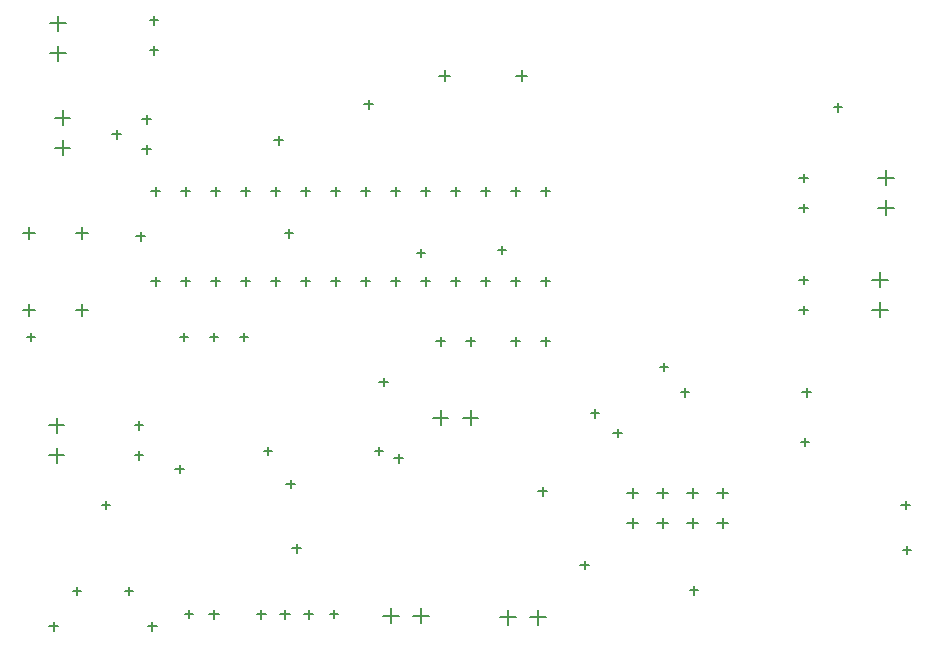
<source format=gbr>
%TF.GenerationSoftware,Altium Limited,Altium Designer,24.10.1 (45)*%
G04 Layer_Color=128*
%FSLAX25Y25*%
%MOIN*%
%TF.SameCoordinates,9950C81B-CD0A-4F44-AB06-5448DEDD42A1*%
%TF.FilePolarity,Positive*%
%TF.FileFunction,Drillmap*%
%TF.Part,Single*%
G01*
G75*
%TA.AperFunction,NonConductor*%
%ADD40C,0.00500*%
D40*
X272450Y133500D02*
X277550D01*
X275000Y130950D02*
Y136050D01*
X262450Y133500D02*
X267550D01*
X265000Y130950D02*
Y136050D01*
X145600Y332500D02*
X148400D01*
X147000Y331100D02*
Y333900D01*
X145600Y322500D02*
X148400D01*
X147000Y321100D02*
Y323900D01*
X388450Y270000D02*
X393550D01*
X391000Y267450D02*
Y272550D01*
X388450Y280000D02*
X393550D01*
X391000Y277450D02*
Y282550D01*
X275900Y275500D02*
X279100D01*
X277500Y273900D02*
Y277100D01*
X265900Y275500D02*
X269100D01*
X267500Y273900D02*
Y277100D01*
X255900Y275500D02*
X259100D01*
X257500Y273900D02*
Y277100D01*
X245900Y275500D02*
X249100D01*
X247500Y273900D02*
Y277100D01*
X235900Y275500D02*
X239100D01*
X237500Y273900D02*
Y277100D01*
X225900Y275500D02*
X229100D01*
X227500Y273900D02*
Y277100D01*
X215900Y275500D02*
X219100D01*
X217500Y273900D02*
Y277100D01*
X205900Y275500D02*
X209100D01*
X207500Y273900D02*
Y277100D01*
X195900Y275500D02*
X199100D01*
X197500Y273900D02*
Y277100D01*
X185900Y275500D02*
X189100D01*
X187500Y273900D02*
Y277100D01*
X175900Y275500D02*
X179100D01*
X177500Y273900D02*
Y277100D01*
X165900Y275500D02*
X169100D01*
X167500Y273900D02*
Y277100D01*
X155900Y275500D02*
X159100D01*
X157500Y273900D02*
Y277100D01*
X145900Y275500D02*
X149100D01*
X147500Y273900D02*
Y277100D01*
X145900Y245500D02*
X149100D01*
X147500Y243900D02*
Y247100D01*
X155900Y245500D02*
X159100D01*
X157500Y243900D02*
Y247100D01*
X165900Y245500D02*
X169100D01*
X167500Y243900D02*
Y247100D01*
X175900Y245500D02*
X179100D01*
X177500Y243900D02*
Y247100D01*
X185900Y245500D02*
X189100D01*
X187500Y243900D02*
Y247100D01*
X195900Y245500D02*
X199100D01*
X197500Y243900D02*
Y247100D01*
X205900Y245500D02*
X209100D01*
X207500Y243900D02*
Y247100D01*
X215900Y245500D02*
X219100D01*
X217500Y243900D02*
Y247100D01*
X225900Y245500D02*
X229100D01*
X227500Y243900D02*
Y247100D01*
X235900Y245500D02*
X239100D01*
X237500Y243900D02*
Y247100D01*
X245900Y245500D02*
X249100D01*
X247500Y243900D02*
Y247100D01*
X255900Y245500D02*
X259100D01*
X257500Y243900D02*
Y247100D01*
X265900Y245500D02*
X269100D01*
X267500Y243900D02*
Y247100D01*
X275900Y245500D02*
X279100D01*
X277500Y243900D02*
Y247100D01*
X175650Y227000D02*
X178450D01*
X177050Y225600D02*
Y228400D01*
X165650Y227000D02*
X168450D01*
X167050Y225600D02*
Y228400D01*
X155650Y227000D02*
X158450D01*
X157050Y225600D02*
Y228400D01*
X157197Y134500D02*
X159953D01*
X158575Y133122D02*
Y135878D01*
X205622Y134500D02*
X208378D01*
X207000Y133122D02*
Y135878D01*
X181213Y134500D02*
X184362D01*
X182787Y132925D02*
Y136075D01*
X189087Y134500D02*
X192236D01*
X190661Y132925D02*
Y136075D01*
X196961Y134500D02*
X200110D01*
X198535Y132925D02*
Y136075D01*
X165465Y134500D02*
X168614D01*
X167039Y132925D02*
Y136075D01*
X113950Y290000D02*
X119050D01*
X116500Y287450D02*
Y292550D01*
X113950Y300000D02*
X119050D01*
X116500Y297450D02*
Y302550D01*
X103333Y236000D02*
X107234D01*
X105283Y234050D02*
Y237950D01*
X121050Y236000D02*
X124950D01*
X123000Y234050D02*
Y237950D01*
X121050Y261591D02*
X124950D01*
X123000Y259641D02*
Y263541D01*
X103333Y261591D02*
X107234D01*
X105283Y259641D02*
Y263541D01*
X242109Y314000D02*
X245709D01*
X243910Y312200D02*
Y315800D01*
X267700Y314000D02*
X271300D01*
X269500Y312200D02*
Y315800D01*
X233450Y134000D02*
X238550D01*
X236000Y131450D02*
Y136550D01*
X223450Y134000D02*
X228550D01*
X226000Y131450D02*
Y136550D01*
X143100Y299500D02*
X145900D01*
X144500Y298100D02*
Y300900D01*
X143100Y289500D02*
X145900D01*
X144500Y288100D02*
Y290900D01*
X140600Y197500D02*
X143400D01*
X142000Y196100D02*
Y198900D01*
X140600Y187500D02*
X143400D01*
X142000Y186100D02*
Y188900D01*
X239950Y200000D02*
X245050D01*
X242500Y197450D02*
Y202550D01*
X249950Y200000D02*
X255050D01*
X252500Y197450D02*
Y202550D01*
X362100Y246000D02*
X364900D01*
X363500Y244600D02*
Y247400D01*
X362100Y236000D02*
X364900D01*
X363500Y234600D02*
Y237400D01*
X111950Y197500D02*
X117050D01*
X114500Y194950D02*
Y200050D01*
X111950Y187500D02*
X117050D01*
X114500Y184950D02*
Y190050D01*
X386450Y236000D02*
X391550D01*
X389000Y233450D02*
Y238550D01*
X386450Y246000D02*
X391550D01*
X389000Y243450D02*
Y248550D01*
X112450Y321500D02*
X117550D01*
X115000Y318950D02*
Y324050D01*
X112450Y331500D02*
X117550D01*
X115000Y328950D02*
Y334050D01*
X119940Y142311D02*
X122540D01*
X121240Y141011D02*
Y143611D01*
X137460Y142311D02*
X140060D01*
X138760Y141011D02*
Y143611D01*
X144937Y130500D02*
X147937D01*
X146437Y129000D02*
Y132000D01*
X112063Y130500D02*
X115063D01*
X113563Y129000D02*
Y132000D01*
X362100Y280000D02*
X364900D01*
X363500Y278600D02*
Y281400D01*
X362100Y270000D02*
X364900D01*
X363500Y268600D02*
Y271400D01*
X251100Y225500D02*
X253900D01*
X252500Y224100D02*
Y226900D01*
X241100Y225500D02*
X243900D01*
X242500Y224100D02*
Y226900D01*
X266100Y225500D02*
X268900D01*
X267500Y224100D02*
Y226900D01*
X276100Y225500D02*
X278900D01*
X277500Y224100D02*
Y226900D01*
X334750Y165000D02*
X338250D01*
X336500Y163250D02*
Y166750D01*
X324750Y165000D02*
X328250D01*
X326500Y163250D02*
Y166750D01*
X314750Y165000D02*
X318250D01*
X316500Y163250D02*
Y166750D01*
X304750Y165000D02*
X308250D01*
X306500Y163250D02*
Y166750D01*
X304750Y175000D02*
X308250D01*
X306500Y173250D02*
Y176750D01*
X314750Y175000D02*
X318250D01*
X316500Y173250D02*
Y176750D01*
X334750Y175000D02*
X338250D01*
X336500Y173250D02*
Y176750D01*
X324750Y175000D02*
X328250D01*
X326500Y173250D02*
Y176750D01*
X133100Y294500D02*
X135900D01*
X134500Y293100D02*
Y295900D01*
X183600Y189000D02*
X186400D01*
X185000Y187600D02*
Y190400D01*
X190600Y261500D02*
X193400D01*
X192000Y260100D02*
Y262900D01*
X104600Y227000D02*
X107400D01*
X106000Y225600D02*
Y228400D01*
X193100Y156500D02*
X195900D01*
X194500Y155100D02*
Y157900D01*
X220600Y189000D02*
X223400D01*
X222000Y187600D02*
Y190400D01*
X227100Y186500D02*
X229900D01*
X228500Y185100D02*
Y187900D01*
X373600Y303500D02*
X376400D01*
X375000Y302100D02*
Y304900D01*
X217100Y304500D02*
X219900D01*
X218500Y303100D02*
Y305900D01*
X187100Y292500D02*
X189900D01*
X188500Y291100D02*
Y293900D01*
X141100Y260500D02*
X143900D01*
X142500Y259100D02*
Y261900D01*
X191100Y178000D02*
X193900D01*
X192500Y176600D02*
Y179400D01*
X154100Y183000D02*
X156900D01*
X155500Y181600D02*
Y184400D01*
X129600Y171000D02*
X132400D01*
X131000Y169600D02*
Y172400D01*
X289100Y151000D02*
X291900D01*
X290500Y149600D02*
Y152400D01*
X396600Y156000D02*
X399400D01*
X398000Y154600D02*
Y157400D01*
X396100Y171000D02*
X398900D01*
X397500Y169600D02*
Y172400D01*
X362600Y192000D02*
X365400D01*
X364000Y190600D02*
Y193400D01*
X322600Y208500D02*
X325400D01*
X324000Y207100D02*
Y209900D01*
X300100Y195000D02*
X302900D01*
X301500Y193600D02*
Y196400D01*
X363100Y208500D02*
X365900D01*
X364500Y207100D02*
Y209900D01*
X315600Y217000D02*
X318400D01*
X317000Y215600D02*
Y218400D01*
X292600Y201500D02*
X295400D01*
X294000Y200100D02*
Y202900D01*
X234600Y255000D02*
X237400D01*
X236000Y253600D02*
Y256400D01*
X261600Y256000D02*
X264400D01*
X263000Y254600D02*
Y257400D01*
X222100Y212000D02*
X224900D01*
X223500Y210600D02*
Y213400D01*
X325600Y142500D02*
X328400D01*
X327000Y141100D02*
Y143900D01*
X275100Y175500D02*
X277900D01*
X276500Y174100D02*
Y176900D01*
%TF.MD5,30ebd7781253b13a8f26d708452e977a*%
M02*

</source>
